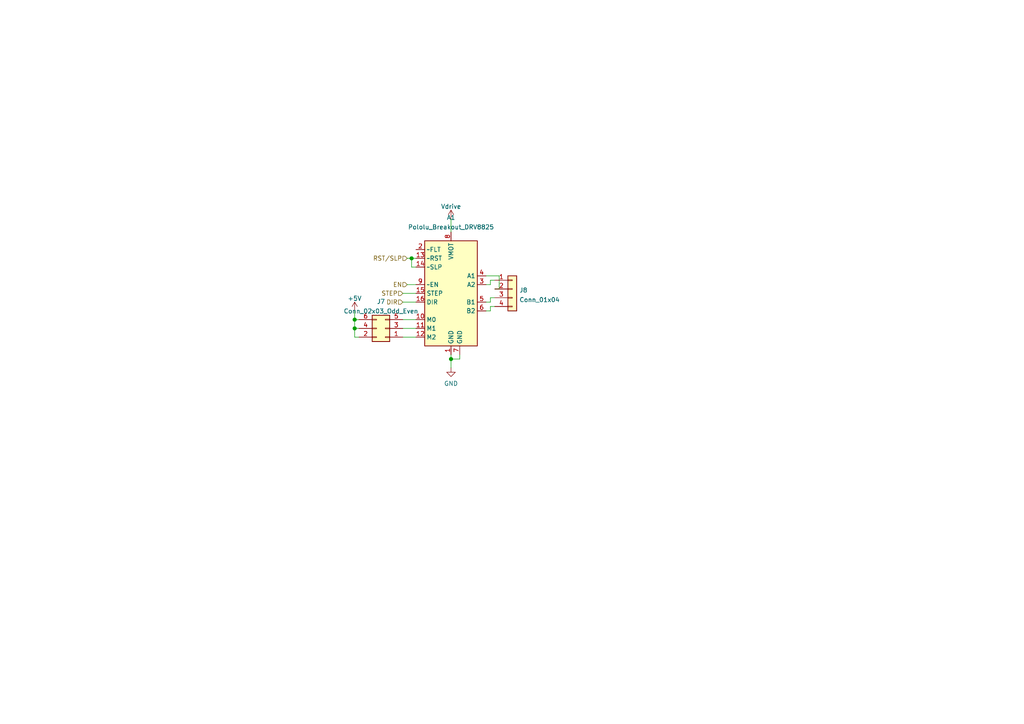
<source format=kicad_sch>
(kicad_sch (version 20210621) (generator eeschema)
  (paper "A4")
  (lib_symbols
    (symbol "Connector_Generic:Conn_01x04" (pin_names (offset 1.016) hide)
      (property "Reference" "J" (at 0 5.08 0))
      (property "Value" "Conn_01x04" (at 0 -7.62 0))
      (symbol "Conn_01x04_1_1"
        (rectangle (start -1.27 -4.953) (end 0 -5.207) (stroke (width 0.1524)))
        (rectangle (start -1.27 -2.413) (end 0 -2.667) (stroke (width 0.1524)))
        (rectangle (start -1.27 0.127) (end 0 -0.127) (stroke (width 0.1524)))
        (rectangle (start -1.27 2.667) (end 0 2.413) (stroke (width 0.1524)))
        (rectangle (start -1.27 3.81) (end 1.27 -6.35) (stroke (width 0.254)) (fill (type background)))
        (pin passive line (at -5.08 2.54 0) (length 3.81) (name "Pin_1") (number "1"))
        (pin passive line (at -5.08 0 0) (length 3.81) (name "Pin_2") (number "2"))
        (pin passive line (at -5.08 -2.54 0) (length 3.81) (name "Pin_3") (number "3"))
        (pin passive line (at -5.08 -5.08 0) (length 3.81) (name "Pin_4") (number "4"))
      )
    )
    (symbol "Connector_Generic:Conn_02x03_Odd_Even" (pin_names (offset 1.016) hide)
      (property "Reference" "J" (at 1.27 5.08 0))
      (property "Value" "Conn_02x03_Odd_Even" (at 1.27 -5.08 0))
      (symbol "Conn_02x03_Odd_Even_1_1"
        (rectangle (start -1.27 -2.413) (end 0 -2.667) (stroke (width 0.1524)))
        (rectangle (start -1.27 0.127) (end 0 -0.127) (stroke (width 0.1524)))
        (rectangle (start -1.27 2.667) (end 0 2.413) (stroke (width 0.1524)))
        (rectangle (start 3.81 -2.413) (end 2.54 -2.667) (stroke (width 0.1524)))
        (rectangle (start 3.81 0.127) (end 2.54 -0.127) (stroke (width 0.1524)))
        (rectangle (start 3.81 2.667) (end 2.54 2.413) (stroke (width 0.1524)))
        (rectangle (start -1.27 3.81) (end 3.81 -3.81) (stroke (width 0.254)) (fill (type background)))
        (pin passive line (at -5.08 2.54 0) (length 3.81) (name "Pin_1") (number "1"))
        (pin passive line (at 7.62 2.54 180) (length 3.81) (name "Pin_2") (number "2"))
        (pin passive line (at -5.08 0 0) (length 3.81) (name "Pin_3") (number "3"))
        (pin passive line (at 7.62 0 180) (length 3.81) (name "Pin_4") (number "4"))
        (pin passive line (at -5.08 -2.54 0) (length 3.81) (name "Pin_5") (number "5"))
        (pin passive line (at 7.62 -2.54 180) (length 3.81) (name "Pin_6") (number "6"))
      )
    )
    (symbol "Driver_Motor:Pololu_Breakout_DRV8825"
      (property "Reference" "A" (at -2.54 16.51 0))
      (property "Value" "Pololu_Breakout_DRV8825" (at -2.54 13.97 0))
      (symbol "Pololu_Breakout_DRV8825_0_1"
        (rectangle (start 7.62 -17.78) (end -7.62 12.7) (stroke (width 0.254)) (fill (type background)))
      )
      (symbol "Pololu_Breakout_DRV8825_1_1"
        (pin power_in line (at 0 -20.32 90) (length 2.54) (name "GND") (number "1"))
        (pin input line (at -10.16 -10.16 0) (length 2.54) (name "M0") (number "10"))
        (pin input line (at -10.16 -12.7 0) (length 2.54) (name "M1") (number "11"))
        (pin input line (at -10.16 -15.24 0) (length 2.54) (name "M2") (number "12"))
        (pin input line (at -10.16 7.62 0) (length 2.54) (name "~RST") (number "13"))
        (pin input line (at -10.16 5.08 0) (length 2.54) (name "~SLP") (number "14"))
        (pin input line (at -10.16 -2.54 0) (length 2.54) (name "STEP") (number "15"))
        (pin input line (at -10.16 -5.08 0) (length 2.54) (name "DIR") (number "16"))
        (pin output line (at -10.16 10.16 0) (length 2.54) (name "~FLT") (number "2"))
        (pin output line (at 10.16 0 180) (length 2.54) (name "A2") (number "3"))
        (pin output line (at 10.16 2.54 180) (length 2.54) (name "A1") (number "4"))
        (pin output line (at 10.16 -5.08 180) (length 2.54) (name "B1") (number "5"))
        (pin output line (at 10.16 -7.62 180) (length 2.54) (name "B2") (number "6"))
        (pin power_in line (at 2.54 -20.32 90) (length 2.54) (name "GND") (number "7"))
        (pin power_in line (at 0 15.24 270) (length 2.54) (name "VMOT") (number "8"))
        (pin input line (at -10.16 0 0) (length 2.54) (name "~EN") (number "9"))
      )
    )
    (symbol "power:+5V" (power) (pin_names (offset 0))
      (property "Value" "+5V" (at 0 3.556 0))
      (symbol "+5V_0_1"
        (polyline (pts (xy -0.762 1.27) (xy 0 2.54)))
        (polyline (pts (xy 0 0) (xy 0 2.54)))
        (polyline (pts (xy 0 2.54) (xy 0.762 1.27)))
      )
      (symbol "+5V_1_1"
        (pin power_in line (at 0 0 90) (length 0) hide (name "+5V") (number "1"))
      )
    )
    (symbol "power:GND" (power) (pin_names (offset 0))
      (property "Value" "GND" (at 0 -3.81 0))
      (symbol "GND_0_1"
        (polyline (pts (xy 0 0) (xy 0 -1.27) (xy 1.27 -1.27) (xy 0 -2.54) (xy -1.27 -1.27) (xy 0 -1.27)))
      )
      (symbol "GND_1_1"
        (pin power_in line (at 0 0 270) (length 0) hide (name "GND") (number "1"))
      )
    )
    (symbol "power:Vdrive" (power) (pin_names (offset 0))
      (property "Value" "Vdrive" (at 0 3.81 0))
      (symbol "Vdrive_0_1"
        (polyline (pts (xy -0.762 1.27) (xy 0 2.54)))
        (polyline (pts (xy 0 0) (xy 0 2.54)))
        (polyline (pts (xy 0 2.54) (xy 0.762 1.27)))
      )
      (symbol "Vdrive_1_1"
        (pin power_in line (at 0 0 90) (length 0) hide (name "Vdrive") (number "1"))
      )
    )
  )
  (junction (at 102.87 92.71) (diameter 1.016))
  (junction (at 102.87 95.25) (diameter 1.016))
  (junction (at 119.38 74.93) (diameter 1.016))
  (junction (at 130.81 104.14) (diameter 1.016))
  (wire (pts (xy 102.87 92.71) (xy 102.87 90.17)))
  (wire (pts (xy 102.87 95.25) (xy 102.87 92.71)))
  (wire (pts (xy 102.87 95.25) (xy 102.87 97.79)))
  (wire (pts (xy 104.14 92.71) (xy 102.87 92.71)))
  (wire (pts (xy 104.14 95.25) (xy 102.87 95.25)))
  (wire (pts (xy 104.14 97.79) (xy 102.87 97.79)))
  (wire (pts (xy 116.84 85.09) (xy 120.65 85.09)))
  (wire (pts (xy 116.84 87.63) (xy 120.65 87.63)))
  (wire (pts (xy 116.84 92.71) (xy 120.65 92.71)))
  (wire (pts (xy 116.84 95.25) (xy 120.65 95.25)))
  (wire (pts (xy 116.84 97.79) (xy 120.65 97.79)))
  (wire (pts (xy 118.11 74.93) (xy 119.38 74.93)))
  (wire (pts (xy 118.11 82.55) (xy 120.65 82.55)))
  (wire (pts (xy 119.38 74.93) (xy 120.65 74.93)))
  (wire (pts (xy 119.38 77.47) (xy 119.38 74.93)))
  (wire (pts (xy 120.65 77.47) (xy 119.38 77.47)))
  (wire (pts (xy 130.81 63.5) (xy 130.81 67.31)))
  (wire (pts (xy 130.81 102.87) (xy 130.81 104.14)))
  (wire (pts (xy 130.81 104.14) (xy 130.81 106.68)))
  (wire (pts (xy 133.35 102.87) (xy 133.35 104.14)))
  (wire (pts (xy 133.35 104.14) (xy 130.81 104.14)))
  (wire (pts (xy 140.97 80.01) (xy 144.78 80.01)))
  (wire (pts (xy 140.97 82.55) (xy 142.24 82.55)))
  (wire (pts (xy 142.24 81.28) (xy 143.51 81.28)))
  (wire (pts (xy 142.24 82.55) (xy 142.24 81.28)))
  (wire (pts (xy 142.24 86.36) (xy 142.24 87.63)))
  (wire (pts (xy 142.24 87.63) (xy 140.97 87.63)))
  (wire (pts (xy 142.24 88.9) (xy 142.24 90.17)))
  (wire (pts (xy 142.24 90.17) (xy 140.97 90.17)))
  (wire (pts (xy 143.51 86.36) (xy 142.24 86.36)))
  (wire (pts (xy 143.51 88.9) (xy 142.24 88.9)))
  (wire (pts (xy 144.78 80.01) (xy 144.78 83.82)))
  (wire (pts (xy 144.78 83.82) (xy 143.51 83.82)))
  (hierarchical_label "STEP" (shape input) (at 116.84 85.09 180))
  (hierarchical_label "DIR" (shape input) (at 116.84 87.63 180))
  (hierarchical_label "RST{slash}SLP" (shape input) (at 118.11 74.93 180))
  (hierarchical_label "EN" (shape input) (at 118.11 82.55 180))
  (symbol (lib_id "power:+5V") (at 102.87 90.17 0)
    (property "Reference" "#PWR0128" (effects hide))
    (property "Value" "+5V" (at 102.87 86.5654 0))
  )
  (symbol (lib_id "power:Vdrive") (at 130.81 63.5 0)
    (property "Reference" "#PWR0129" (effects hide))
    (property "Value" "Vdrive" (at 130.81 59.8954 0))
  )
  (symbol (lib_id "power:GND") (at 130.81 106.68 0)
    (property "Reference" "#PWR0130" (effects hide))
    (property "Value" "GND" (at 130.81 111.2426 0))
  )
  (symbol (lib_id "Connector_Generic:Conn_01x04") (at 148.59 83.82 0)
    (property "Reference" "J8" (at 150.6221 84.1815 0) (effects (justify left)))
    (property "Value" "Conn_01x04" (at 150.6221 86.9566 0) (effects (justify left)))
    (property "Footprint" "Connector_Molex:Molex_KK-254_AE-6410-04A_1x04_P2.54mm_Vertical" (effects hide))
  )
  (symbol (lib_id "Connector_Generic:Conn_02x03_Odd_Even") (at 111.76 95.25 180)
    (property "Reference" "J7" (at 110.49 87.4734 0))
    (property "Value" "Conn_02x03_Odd_Even" (at 110.49 90.2485 0))
    (property "Footprint" "Connector_PinHeader_2.54mm:PinHeader_2x03_P2.54mm_Vertical" (effects hide))
  )
  (symbol (lib_id "Driver_Motor:Pololu_Breakout_DRV8825") (at 130.81 82.55 0)
    (property "Reference" "A1" (at 130.81 63.0894 0))
    (property "Value" "Pololu_Breakout_DRV8825" (at 130.81 65.8645 0))
    (property "Footprint" "Module:Pololu_Breakout-16_15.2x20.3mm" (effects hide))
    (property "Datasheet" "https://www.pololu.com/product/2982" (effects hide))
  )
)
</source>
